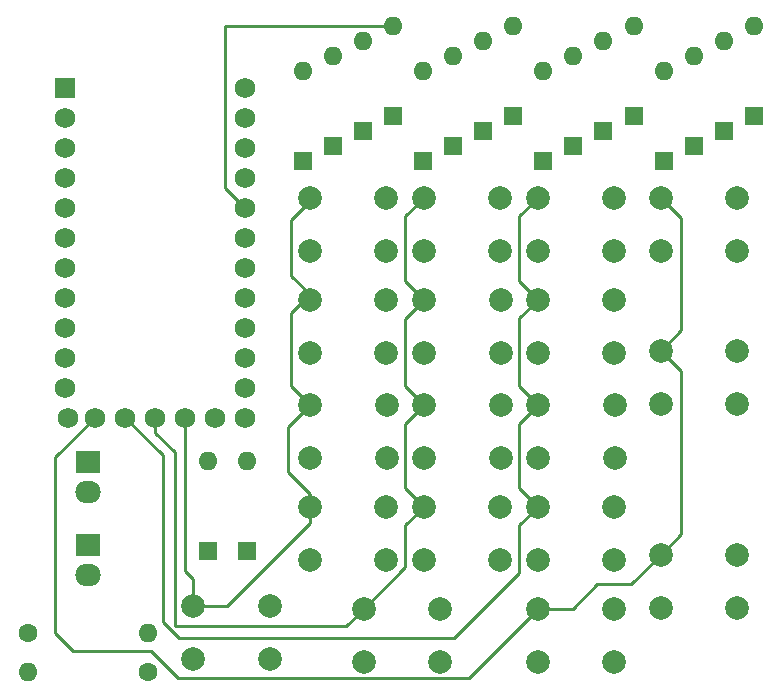
<source format=gbr>
%TF.GenerationSoftware,KiCad,Pcbnew,(6.0.9)*%
%TF.CreationDate,2022-12-07T13:58:04+00:00*%
%TF.ProjectId,PocketPad,506f636b-6574-4506-9164-2e6b69636164,rev?*%
%TF.SameCoordinates,Original*%
%TF.FileFunction,Copper,L2,Bot*%
%TF.FilePolarity,Positive*%
%FSLAX46Y46*%
G04 Gerber Fmt 4.6, Leading zero omitted, Abs format (unit mm)*
G04 Created by KiCad (PCBNEW (6.0.9)) date 2022-12-07 13:58:04*
%MOMM*%
%LPD*%
G01*
G04 APERTURE LIST*
%TA.AperFunction,ComponentPad*%
%ADD10C,2.000000*%
%TD*%
%TA.AperFunction,ComponentPad*%
%ADD11R,1.600000X1.600000*%
%TD*%
%TA.AperFunction,ComponentPad*%
%ADD12O,1.600000X1.600000*%
%TD*%
%TA.AperFunction,ComponentPad*%
%ADD13R,1.752600X1.752600*%
%TD*%
%TA.AperFunction,ComponentPad*%
%ADD14C,1.752600*%
%TD*%
%TA.AperFunction,ComponentPad*%
%ADD15O,2.159000X1.905000*%
%TD*%
%TA.AperFunction,ComponentPad*%
%ADD16R,2.159000X1.905000*%
%TD*%
%TA.AperFunction,ComponentPad*%
%ADD17C,1.600000*%
%TD*%
%TA.AperFunction,Conductor*%
%ADD18C,0.250000*%
%TD*%
G04 APERTURE END LIST*
D10*
%TO.P,SW2,1*%
%TO.N,COL2*%
X70530000Y-34184000D03*
%TO.P,SW2,2*%
%TO.N,unconnected-(SW2-Pad2)*%
X77030000Y-34184000D03*
%TO.P,SW2,3*%
%TO.N,Net-(SW2-Pad3)*%
X70530000Y-38684000D03*
%TO.P,SW2,4*%
%TO.N,unconnected-(SW2-Pad4)*%
X77030000Y-38684000D03*
%TD*%
%TO.P,SW7,1*%
%TO.N,COL3*%
X80944000Y-47138000D03*
%TO.P,SW7,2*%
%TO.N,unconnected-(SW7-Pad2)*%
X87444000Y-47138000D03*
%TO.P,SW7,3*%
%TO.N,Net-(SW7-Pad3)*%
X80944000Y-51638000D03*
%TO.P,SW7,4*%
%TO.N,unconnected-(SW7-Pad4)*%
X87444000Y-51638000D03*
%TD*%
%TO.P,SW3,1*%
%TO.N,COL3*%
X80944000Y-34184000D03*
%TO.P,SW3,2*%
%TO.N,unconnected-(SW3-Pad2)*%
X87444000Y-34184000D03*
%TO.P,SW3,3*%
%TO.N,Net-(SW3-Pad3)*%
X80944000Y-38684000D03*
%TO.P,SW3,4*%
%TO.N,unconnected-(SW3-Pad4)*%
X87444000Y-38684000D03*
%TD*%
%TO.P,SW16,1*%
%TO.N,COL0*%
X41372000Y-68728000D03*
%TO.P,SW16,2*%
%TO.N,unconnected-(SW16-Pad2)*%
X47872000Y-68728000D03*
%TO.P,SW16,3*%
%TO.N,Net-(SW16-Pad3)*%
X41372000Y-73228000D03*
%TO.P,SW16,4*%
%TO.N,unconnected-(SW16-Pad4)*%
X47872000Y-73228000D03*
%TD*%
%TO.P,SW17,1*%
%TO.N,COL1*%
X55798000Y-68982000D03*
%TO.P,SW17,2*%
%TO.N,unconnected-(SW17-Pad2)*%
X62298000Y-68982000D03*
%TO.P,SW17,3*%
%TO.N,Net-(SW17-Pad3)*%
X55798000Y-73482000D03*
%TO.P,SW17,4*%
%TO.N,unconnected-(SW17-Pad4)*%
X62298000Y-73482000D03*
%TD*%
%TO.P,SW8,1*%
%TO.N,COL0*%
X51278000Y-51710000D03*
%TO.P,SW8,2*%
%TO.N,unconnected-(SW8-Pad2)*%
X57778000Y-51710000D03*
%TO.P,SW8,3*%
%TO.N,Net-(SW8-Pad3)*%
X51278000Y-56210000D03*
%TO.P,SW8,4*%
%TO.N,unconnected-(SW8-Pad4)*%
X57778000Y-56210000D03*
%TD*%
D11*
%TO.P,D16,1,A*%
%TO.N,Net-(SW16-Pad3)*%
X42590000Y-64116000D03*
D12*
%TO.P,D16,2,K*%
%TO.N,ROW4*%
X42590000Y-56496000D03*
%TD*%
D11*
%TO.P,D1,1,A*%
%TO.N,Net-(SW1-Pad3)*%
X60826000Y-31096000D03*
D12*
%TO.P,D1,2,K*%
%TO.N,ROW0*%
X60826000Y-23476000D03*
%TD*%
D11*
%TO.P,D5,1,A*%
%TO.N,Net-(SW5-Pad3)*%
X63366000Y-29826000D03*
D12*
%TO.P,D5,2,K*%
%TO.N,ROW1*%
X63366000Y-22206000D03*
%TD*%
D11*
%TO.P,D13,1,A*%
%TO.N,Net-(SW13-Pad3)*%
X68446000Y-27286000D03*
D12*
%TO.P,D13,2,K*%
%TO.N,ROW3*%
X68446000Y-19666000D03*
%TD*%
D10*
%TO.P,SW13,1*%
%TO.N,COL1*%
X60878000Y-60346000D03*
%TO.P,SW13,2*%
%TO.N,unconnected-(SW13-Pad2)*%
X67378000Y-60346000D03*
%TO.P,SW13,3*%
%TO.N,Net-(SW13-Pad3)*%
X60878000Y-64846000D03*
%TO.P,SW13,4*%
%TO.N,unconnected-(SW13-Pad4)*%
X67378000Y-64846000D03*
%TD*%
%TO.P,SW14,1*%
%TO.N,COL2*%
X70530000Y-60346000D03*
%TO.P,SW14,2*%
%TO.N,unconnected-(SW14-Pad2)*%
X77030000Y-60346000D03*
%TO.P,SW14,3*%
%TO.N,Net-(SW14-Pad3)*%
X70530000Y-64846000D03*
%TO.P,SW14,4*%
%TO.N,unconnected-(SW14-Pad4)*%
X77030000Y-64846000D03*
%TD*%
%TO.P,SW6,1*%
%TO.N,COL2*%
X70530000Y-42820000D03*
%TO.P,SW6,2*%
%TO.N,unconnected-(SW6-Pad2)*%
X77030000Y-42820000D03*
%TO.P,SW6,3*%
%TO.N,Net-(D6-Pad1)*%
X70530000Y-47320000D03*
%TO.P,SW6,4*%
%TO.N,unconnected-(SW6-Pad4)*%
X77030000Y-47320000D03*
%TD*%
D11*
%TO.P,D4,1,A*%
%TO.N,Net-(SW4-Pad3)*%
X53206000Y-29826000D03*
D12*
%TO.P,D4,2,K*%
%TO.N,ROW1*%
X53206000Y-22206000D03*
%TD*%
D13*
%TO.P,MCU1,1,TX0/PD3*%
%TO.N,unconnected-(MCU1-Pad1)*%
X30506000Y-24854750D03*
D14*
%TO.P,MCU1,2,RX1/PD2*%
%TO.N,unconnected-(MCU1-Pad2)*%
X30506000Y-27394750D03*
%TO.P,MCU1,3,GND*%
%TO.N,GND*%
X30506000Y-29934750D03*
%TO.P,MCU1,4,GND*%
X30506000Y-32474750D03*
%TO.P,MCU1,5,2/PD1*%
%TO.N,unconnected-(MCU1-Pad5)*%
X30506000Y-35014750D03*
%TO.P,MCU1,6,3/PD0*%
%TO.N,unconnected-(MCU1-Pad6)*%
X30506000Y-37554750D03*
%TO.P,MCU1,7,4/PD4*%
%TO.N,unconnected-(MCU1-Pad7)*%
X30506000Y-40094750D03*
%TO.P,MCU1,8,5/PC6*%
%TO.N,unconnected-(MCU1-Pad8)*%
X30506000Y-42634750D03*
%TO.P,MCU1,9,6/PD7*%
%TO.N,unconnected-(MCU1-Pad9)*%
X30506000Y-45174750D03*
%TO.P,MCU1,10,7/PE6*%
%TO.N,unconnected-(MCU1-Pad10)*%
X30506000Y-47714750D03*
%TO.P,MCU1,11,8/PB4*%
%TO.N,Net-(ACT1-Pad2)*%
X30506000Y-50254750D03*
%TO.P,MCU1,12,9/PB5*%
%TO.N,Net-(PWR1-Pad2)*%
X30734600Y-52794750D03*
%TO.P,MCU1,13,10/PB6*%
%TO.N,unconnected-(MCU1-Pad13)*%
X45746000Y-52794750D03*
%TO.P,MCU1,14,16/PB2*%
%TO.N,unconnected-(MCU1-Pad14)*%
X45746000Y-50254750D03*
%TO.P,MCU1,15,14/PB3*%
%TO.N,unconnected-(MCU1-Pad15)*%
X45746000Y-47714750D03*
%TO.P,MCU1,16,15/PB1*%
%TO.N,ROW4*%
X45746000Y-45174750D03*
%TO.P,MCU1,17,A0/PF7*%
%TO.N,ROW0*%
X45746000Y-42634750D03*
%TO.P,MCU1,18,A1/PF6*%
%TO.N,ROW1*%
X45746000Y-40094750D03*
%TO.P,MCU1,19,A2/PF5*%
%TO.N,ROW2*%
X45746000Y-37554750D03*
%TO.P,MCU1,20,A3/PF4*%
%TO.N,ROW3*%
X45746000Y-35014750D03*
%TO.P,MCU1,21,VCC*%
%TO.N,unconnected-(MCU1-Pad21)*%
X45746000Y-32474750D03*
%TO.P,MCU1,22,RST*%
%TO.N,unconnected-(MCU1-Pad22)*%
X45746000Y-29934750D03*
%TO.P,MCU1,23,GND*%
%TO.N,GND*%
X45746000Y-27394750D03*
%TO.P,MCU1,24,B0*%
%TO.N,unconnected-(MCU1-Pad24)*%
X45746000Y-24854750D03*
%TO.P,MCU1,25,B7*%
%TO.N,COL3*%
X33046000Y-52794750D03*
%TO.P,MCU1,26,D5*%
%TO.N,COL2*%
X35586000Y-52794750D03*
%TO.P,MCU1,27,C7*%
%TO.N,COL1*%
X38126000Y-52794750D03*
%TO.P,MCU1,28,F1*%
%TO.N,COL0*%
X40666000Y-52794750D03*
%TO.P,MCU1,29,F0*%
%TO.N,unconnected-(MCU1-Pad29)*%
X43206000Y-52794750D03*
%TD*%
D11*
%TO.P,D15,1,A*%
%TO.N,Net-(SW15-Pad3)*%
X88818000Y-27274000D03*
D12*
%TO.P,D15,2,K*%
%TO.N,ROW3*%
X88818000Y-19654000D03*
%TD*%
D11*
%TO.P,D3,1,A*%
%TO.N,Net-(SW3-Pad3)*%
X81198000Y-31084000D03*
D12*
%TO.P,D3,2,K*%
%TO.N,ROW0*%
X81198000Y-23464000D03*
%TD*%
D15*
%TO.P,ACT,1,K*%
%TO.N,Net-(ACT-R1-Pad1)*%
X32442000Y-66148000D03*
D16*
%TO.P,ACT,2,A*%
%TO.N,Net-(ACT1-Pad2)*%
X32442000Y-63608000D03*
%TD*%
D11*
%TO.P,D12,1,A*%
%TO.N,Net-(SW12-Pad3)*%
X58286000Y-27286000D03*
D12*
%TO.P,D12,2,K*%
%TO.N,ROW3*%
X58286000Y-19666000D03*
%TD*%
D11*
%TO.P,D11,1,A*%
%TO.N,Net-(SW11-Pad3)*%
X86278000Y-28544000D03*
D12*
%TO.P,D11,2,K*%
%TO.N,ROW2*%
X86278000Y-20924000D03*
%TD*%
D11*
%TO.P,D10,1,A*%
%TO.N,Net-(SW10-Pad3)*%
X76066000Y-28556000D03*
D12*
%TO.P,D10,2,K*%
%TO.N,ROW2*%
X76066000Y-20936000D03*
%TD*%
D11*
%TO.P,D8,1,A*%
%TO.N,Net-(SW8-Pad3)*%
X55746000Y-28556000D03*
D12*
%TO.P,D8,2,K*%
%TO.N,ROW2*%
X55746000Y-20936000D03*
%TD*%
D10*
%TO.P,SW12,1*%
%TO.N,COL0*%
X51226000Y-60346000D03*
%TO.P,SW12,2*%
%TO.N,unconnected-(SW12-Pad2)*%
X57726000Y-60346000D03*
%TO.P,SW12,3*%
%TO.N,Net-(SW12-Pad3)*%
X51226000Y-64846000D03*
%TO.P,SW12,4*%
%TO.N,unconnected-(SW12-Pad4)*%
X57726000Y-64846000D03*
%TD*%
%TO.P,SW5,1*%
%TO.N,COL1*%
X60930000Y-42820000D03*
%TO.P,SW5,2*%
%TO.N,unconnected-(SW5-Pad2)*%
X67430000Y-42820000D03*
%TO.P,SW5,3*%
%TO.N,Net-(SW5-Pad3)*%
X60930000Y-47320000D03*
%TO.P,SW5,4*%
%TO.N,unconnected-(SW5-Pad4)*%
X67430000Y-47320000D03*
%TD*%
D15*
%TO.P,PWR,1,K*%
%TO.N,Net-(PWR-R1-Pad2)*%
X32442000Y-59108000D03*
D16*
%TO.P,PWR,2,A*%
%TO.N,Net-(PWR1-Pad2)*%
X32442000Y-56568000D03*
%TD*%
D10*
%TO.P,SW9,1*%
%TO.N,COL1*%
X60930000Y-51710000D03*
%TO.P,SW9,2*%
%TO.N,unconnected-(SW9-Pad2)*%
X67430000Y-51710000D03*
%TO.P,SW9,3*%
%TO.N,Net-(SW9-Pad3)*%
X60930000Y-56210000D03*
%TO.P,SW9,4*%
%TO.N,unconnected-(SW9-Pad4)*%
X67430000Y-56210000D03*
%TD*%
D11*
%TO.P,D14,1,A*%
%TO.N,Net-(SW14-Pad3)*%
X78658000Y-27274000D03*
D12*
%TO.P,D14,2,K*%
%TO.N,ROW3*%
X78658000Y-19654000D03*
%TD*%
D17*
%TO.P,PWR-R1,1*%
%TO.N,GND*%
X27410000Y-71070000D03*
D12*
%TO.P,PWR-R1,2*%
%TO.N,Net-(PWR-R1-Pad2)*%
X37570000Y-71070000D03*
%TD*%
D10*
%TO.P,SW1,1*%
%TO.N,COL1*%
X60878000Y-34184000D03*
%TO.P,SW1,2*%
%TO.N,unconnected-(SW1-Pad2)*%
X67378000Y-34184000D03*
%TO.P,SW1,3*%
%TO.N,Net-(SW1-Pad3)*%
X60878000Y-38684000D03*
%TO.P,SW1,4*%
%TO.N,unconnected-(SW1-Pad4)*%
X67378000Y-38684000D03*
%TD*%
%TO.P,SW15,1*%
%TO.N,COL3*%
X70530000Y-68982000D03*
%TO.P,SW15,2*%
%TO.N,unconnected-(SW15-Pad2)*%
X77030000Y-68982000D03*
%TO.P,SW15,3*%
%TO.N,Net-(SW15-Pad3)*%
X70530000Y-73482000D03*
%TO.P,SW15,4*%
%TO.N,unconnected-(SW15-Pad4)*%
X77030000Y-73482000D03*
%TD*%
D11*
%TO.P,D7,1,A*%
%TO.N,Net-(SW7-Pad3)*%
X83738000Y-29814000D03*
D12*
%TO.P,D7,2,K*%
%TO.N,ROW1*%
X83738000Y-22194000D03*
%TD*%
D11*
%TO.P,D6,1,A*%
%TO.N,Net-(D6-Pad1)*%
X73526000Y-29826000D03*
D12*
%TO.P,D6,2,K*%
%TO.N,ROW1*%
X73526000Y-22206000D03*
%TD*%
D10*
%TO.P,SW0,1*%
%TO.N,COL0*%
X51226000Y-34184000D03*
%TO.P,SW0,2*%
%TO.N,unconnected-(SW0-Pad2)*%
X57726000Y-34184000D03*
%TO.P,SW0,3*%
%TO.N,Net-(SW0-Pad3)*%
X51226000Y-38684000D03*
%TO.P,SW0,4*%
%TO.N,unconnected-(SW0-Pad4)*%
X57726000Y-38684000D03*
%TD*%
%TO.P,SW10,1*%
%TO.N,COL2*%
X70582000Y-51710000D03*
%TO.P,SW10,2*%
%TO.N,unconnected-(SW10-Pad2)*%
X77082000Y-51710000D03*
%TO.P,SW10,3*%
%TO.N,Net-(SW10-Pad3)*%
X70582000Y-56210000D03*
%TO.P,SW10,4*%
%TO.N,unconnected-(SW10-Pad4)*%
X77082000Y-56210000D03*
%TD*%
D11*
%TO.P,D2,1,A*%
%TO.N,Net-(SW2-Pad3)*%
X70986000Y-31096000D03*
D12*
%TO.P,D2,2,K*%
%TO.N,ROW0*%
X70986000Y-23476000D03*
%TD*%
D11*
%TO.P,D9,1,A*%
%TO.N,Net-(SW9-Pad3)*%
X65906000Y-28556000D03*
D12*
%TO.P,D9,2,K*%
%TO.N,ROW2*%
X65906000Y-20936000D03*
%TD*%
D11*
%TO.P,D0,1,A*%
%TO.N,Net-(SW0-Pad3)*%
X50638000Y-31096000D03*
D12*
%TO.P,D0,2,K*%
%TO.N,ROW0*%
X50638000Y-23476000D03*
%TD*%
D10*
%TO.P,SW4,1*%
%TO.N,COL0*%
X51226000Y-42860000D03*
%TO.P,SW4,2*%
%TO.N,unconnected-(SW4-Pad2)*%
X57726000Y-42860000D03*
%TO.P,SW4,3*%
%TO.N,Net-(SW4-Pad3)*%
X51226000Y-47360000D03*
%TO.P,SW4,4*%
%TO.N,unconnected-(SW4-Pad4)*%
X57726000Y-47360000D03*
%TD*%
D17*
%TO.P,ACT-R1,1*%
%TO.N,Net-(ACT-R1-Pad1)*%
X37550000Y-74330000D03*
D12*
%TO.P,ACT-R1,2*%
%TO.N,GND*%
X27390000Y-74330000D03*
%TD*%
D11*
%TO.P,D17,1,A*%
%TO.N,Net-(SW17-Pad3)*%
X45892000Y-64116000D03*
D12*
%TO.P,D17,2,K*%
%TO.N,ROW4*%
X45892000Y-56496000D03*
%TD*%
D10*
%TO.P,SW11,1*%
%TO.N,COL3*%
X80944000Y-64410000D03*
%TO.P,SW11,2*%
%TO.N,unconnected-(SW11-Pad2)*%
X87444000Y-64410000D03*
%TO.P,SW11,3*%
%TO.N,Net-(SW11-Pad3)*%
X80944000Y-68910000D03*
%TO.P,SW11,4*%
%TO.N,unconnected-(SW11-Pad4)*%
X87444000Y-68910000D03*
%TD*%
D18*
%TO.N,COL3*%
X64705000Y-74807000D02*
X40073000Y-74807000D01*
X73486000Y-68982000D02*
X75558000Y-66910000D01*
X29680000Y-56160750D02*
X33046000Y-52794750D01*
X82670000Y-62684000D02*
X82670000Y-48864000D01*
X75558000Y-66910000D02*
X78444000Y-66910000D01*
X80944000Y-64410000D02*
X82670000Y-62684000D01*
X40073000Y-74807000D02*
X37836000Y-72570000D01*
X37836000Y-72570000D02*
X31230000Y-72570000D01*
X31230000Y-72570000D02*
X29680000Y-71020000D01*
X82670000Y-48864000D02*
X80944000Y-47138000D01*
X82670000Y-45412000D02*
X82670000Y-35910000D01*
X70530000Y-68982000D02*
X64705000Y-74807000D01*
X29680000Y-71020000D02*
X29680000Y-56160750D01*
X80944000Y-47138000D02*
X82670000Y-45412000D01*
X78444000Y-66910000D02*
X80944000Y-64410000D01*
X82670000Y-35910000D02*
X80944000Y-34184000D01*
X70530000Y-68982000D02*
X73486000Y-68982000D01*
%TO.N,COL2*%
X68954000Y-35760000D02*
X68954000Y-41244000D01*
X68954000Y-58770000D02*
X70530000Y-60346000D01*
X63418000Y-71470000D02*
X68954000Y-65934000D01*
X68954000Y-65934000D02*
X68954000Y-61922000D01*
X40140000Y-71470000D02*
X63418000Y-71470000D01*
X70582000Y-51710000D02*
X68954000Y-53338000D01*
X68954000Y-50082000D02*
X70582000Y-51710000D01*
X68954000Y-44396000D02*
X68954000Y-50082000D01*
X38780000Y-55988750D02*
X38780000Y-70110000D01*
X35586000Y-52794750D02*
X38780000Y-55988750D01*
X38780000Y-70110000D02*
X40140000Y-71470000D01*
X70530000Y-42820000D02*
X68954000Y-44396000D01*
X68954000Y-41244000D02*
X70530000Y-42820000D01*
X68954000Y-53338000D02*
X68954000Y-58770000D01*
X68954000Y-61922000D02*
X70530000Y-60346000D01*
X70530000Y-34184000D02*
X68954000Y-35760000D01*
%TO.N,COL1*%
X60930000Y-42820000D02*
X59302000Y-44448000D01*
X60878000Y-60346000D02*
X59302000Y-61922000D01*
X59302000Y-41192000D02*
X60930000Y-42820000D01*
X59302000Y-58770000D02*
X60878000Y-60346000D01*
X59302000Y-61922000D02*
X59302000Y-65478000D01*
X59302000Y-44448000D02*
X59302000Y-50082000D01*
X59302000Y-65478000D02*
X55798000Y-68982000D01*
X60930000Y-51710000D02*
X59302000Y-53338000D01*
X54326000Y-70454000D02*
X39796000Y-70454000D01*
X60878000Y-34184000D02*
X59302000Y-35760000D01*
X59302000Y-50082000D02*
X60930000Y-51710000D01*
X59302000Y-53338000D02*
X59302000Y-58770000D01*
X55798000Y-68982000D02*
X54326000Y-70454000D01*
X59302000Y-35760000D02*
X59302000Y-41192000D01*
X39796000Y-70454000D02*
X39796000Y-55734000D01*
X39796000Y-55734000D02*
X38126000Y-54064000D01*
X38126000Y-54064000D02*
X38126000Y-52794750D01*
%TO.N,COL0*%
X49650000Y-36066000D02*
X49650000Y-40776000D01*
X44258213Y-68728000D02*
X51226000Y-61760213D01*
X51278000Y-59290000D02*
X51278000Y-61108000D01*
X49650000Y-40776000D02*
X51226000Y-42352000D01*
X49650000Y-43928000D02*
X49650000Y-50082000D01*
X41372000Y-68728000D02*
X44258213Y-68728000D01*
X40666000Y-52794750D02*
X40666000Y-65754000D01*
X40666000Y-65754000D02*
X41372000Y-66460000D01*
X51226000Y-61760213D02*
X51226000Y-60346000D01*
X51278000Y-51710000D02*
X49396000Y-53592000D01*
X49396000Y-57408000D02*
X51278000Y-59290000D01*
X49650000Y-50082000D02*
X51278000Y-51710000D01*
X51532000Y-34184000D02*
X49650000Y-36066000D01*
X49396000Y-53592000D02*
X49396000Y-57408000D01*
X41372000Y-66460000D02*
X41372000Y-68728000D01*
X51226000Y-42352000D02*
X49650000Y-43928000D01*
%TO.N,ROW3*%
X45746000Y-35014750D02*
X44062000Y-33330750D01*
X44062000Y-33330750D02*
X44062000Y-19666000D01*
X44062000Y-19666000D02*
X58286000Y-19666000D01*
%TD*%
M02*

</source>
